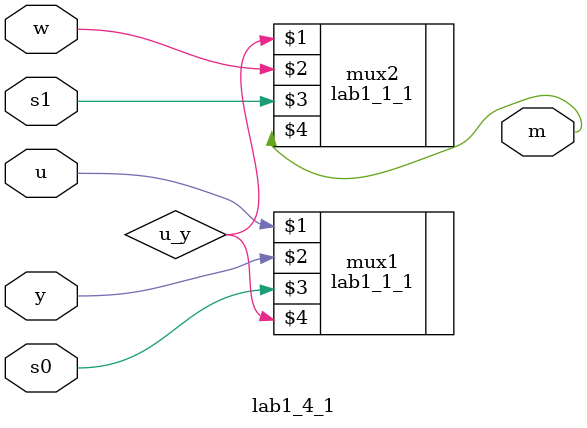
<source format=v>
`timescale 1ns / 1ps


module lab1_4_1(
    input u,
    input y,
    input w,
    input s0,
    input s1,
    output m
    );
    wire u_y;
    lab1_1_1 mux1(u, y, s0, u_y);
    lab1_1_1 mux2(u_y, w, s1, m);
endmodule

</source>
